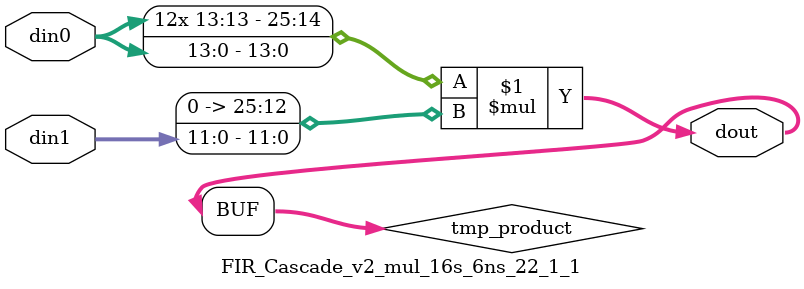
<source format=v>

`timescale 1 ns / 1 ps

 module FIR_Cascade_v2_mul_16s_6ns_22_1_1(din0, din1, dout);
parameter ID = 1;
parameter NUM_STAGE = 0;
parameter din0_WIDTH = 14;
parameter din1_WIDTH = 12;
parameter dout_WIDTH = 26;

input [din0_WIDTH - 1 : 0] din0; 
input [din1_WIDTH - 1 : 0] din1; 
output [dout_WIDTH - 1 : 0] dout;

wire signed [dout_WIDTH - 1 : 0] tmp_product;


























assign tmp_product = $signed(din0) * $signed({1'b0, din1});









assign dout = tmp_product;





















endmodule

</source>
